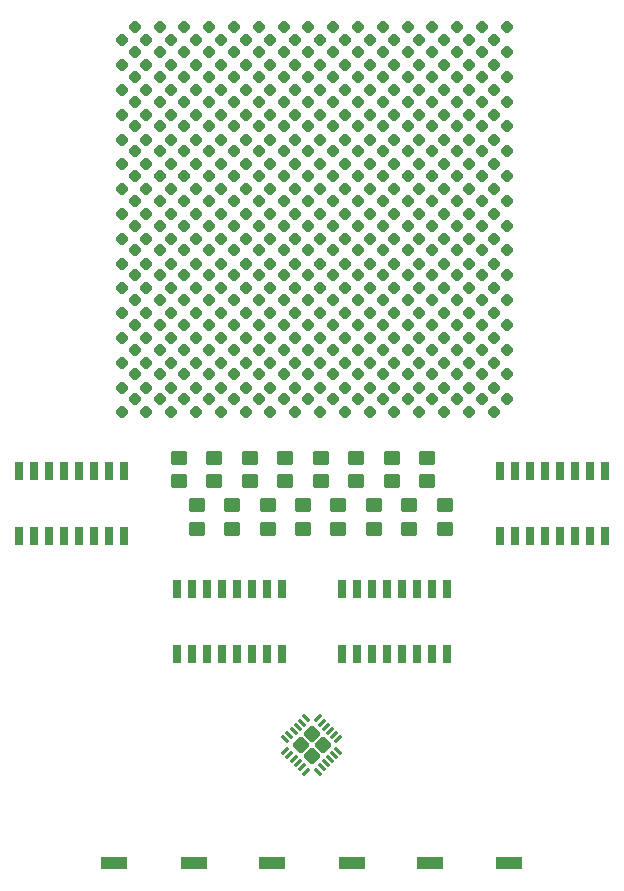
<source format=gbr>
%TF.GenerationSoftware,KiCad,Pcbnew,(6.0.5)*%
%TF.CreationDate,2022-08-28T18:04:00-07:00*%
%TF.ProjectId,PCBbuscard,50434262-7573-4636-9172-642e6b696361,rev?*%
%TF.SameCoordinates,Original*%
%TF.FileFunction,Paste,Top*%
%TF.FilePolarity,Positive*%
%FSLAX46Y46*%
G04 Gerber Fmt 4.6, Leading zero omitted, Abs format (unit mm)*
G04 Created by KiCad (PCBNEW (6.0.5)) date 2022-08-28 18:04:00*
%MOMM*%
%LPD*%
G01*
G04 APERTURE LIST*
G04 Aperture macros list*
%AMRoundRect*
0 Rectangle with rounded corners*
0 $1 Rounding radius*
0 $2 $3 $4 $5 $6 $7 $8 $9 X,Y pos of 4 corners*
0 Add a 4 corners polygon primitive as box body*
4,1,4,$2,$3,$4,$5,$6,$7,$8,$9,$2,$3,0*
0 Add four circle primitives for the rounded corners*
1,1,$1+$1,$2,$3*
1,1,$1+$1,$4,$5*
1,1,$1+$1,$6,$7*
1,1,$1+$1,$8,$9*
0 Add four rect primitives between the rounded corners*
20,1,$1+$1,$2,$3,$4,$5,0*
20,1,$1+$1,$4,$5,$6,$7,0*
20,1,$1+$1,$6,$7,$8,$9,0*
20,1,$1+$1,$8,$9,$2,$3,0*%
G04 Aperture macros list end*
%ADD10R,0.700000X1.550000*%
%ADD11RoundRect,0.218750X0.026517X-0.335876X0.335876X-0.026517X-0.026517X0.335876X-0.335876X0.026517X0*%
%ADD12RoundRect,0.250000X0.450000X-0.350000X0.450000X0.350000X-0.450000X0.350000X-0.450000X-0.350000X0*%
%ADD13R,2.160000X1.120000*%
%ADD14RoundRect,0.250000X0.445477X0.000000X0.000000X0.445477X-0.445477X0.000000X0.000000X-0.445477X0*%
%ADD15RoundRect,0.062500X0.291682X-0.203293X-0.203293X0.291682X-0.291682X0.203293X0.203293X-0.291682X0*%
%ADD16RoundRect,0.062500X0.291682X0.203293X0.203293X0.291682X-0.291682X-0.203293X-0.203293X-0.291682X0*%
G04 APERTURE END LIST*
D10*
%TO.C,U4*%
X185445000Y-83635000D03*
X184175000Y-83635000D03*
X182905000Y-83635000D03*
X181635000Y-83635000D03*
X180365000Y-83635000D03*
X179095000Y-83635000D03*
X177825000Y-83635000D03*
X176555000Y-83635000D03*
X176555000Y-89085000D03*
X177825000Y-89085000D03*
X179095000Y-89085000D03*
X180365000Y-89085000D03*
X181635000Y-89085000D03*
X182905000Y-89085000D03*
X184175000Y-89085000D03*
X185445000Y-89085000D03*
%TD*%
%TO.C,U3*%
X144695000Y-83635000D03*
X143425000Y-83635000D03*
X142155000Y-83635000D03*
X140885000Y-83635000D03*
X139615000Y-83635000D03*
X138345000Y-83635000D03*
X137075000Y-83635000D03*
X135805000Y-83635000D03*
X135805000Y-89085000D03*
X137075000Y-89085000D03*
X138345000Y-89085000D03*
X139615000Y-89085000D03*
X140885000Y-89085000D03*
X142155000Y-89085000D03*
X143425000Y-89085000D03*
X144695000Y-89085000D03*
%TD*%
%TO.C,U2*%
X172042700Y-93635000D03*
X170772700Y-93635000D03*
X169502700Y-93635000D03*
X168232700Y-93635000D03*
X166962700Y-93635000D03*
X165692700Y-93635000D03*
X164422700Y-93635000D03*
X163152700Y-93635000D03*
X163152700Y-99085000D03*
X164422700Y-99085000D03*
X165692700Y-99085000D03*
X166962700Y-99085000D03*
X168232700Y-99085000D03*
X169502700Y-99085000D03*
X170772700Y-99085000D03*
X172042700Y-99085000D03*
%TD*%
%TO.C,U1*%
X158042700Y-93635000D03*
X156772700Y-93635000D03*
X155502700Y-93635000D03*
X154232700Y-93635000D03*
X152962700Y-93635000D03*
X151692700Y-93635000D03*
X150422700Y-93635000D03*
X149152700Y-93635000D03*
X149152700Y-99085000D03*
X150422700Y-99085000D03*
X151692700Y-99085000D03*
X152962700Y-99085000D03*
X154232700Y-99085000D03*
X155502700Y-99085000D03*
X156772700Y-99085000D03*
X158042700Y-99085000D03*
%TD*%
D11*
%TO.C,D190*%
X171792884Y-70265477D03*
X172906578Y-69151783D03*
%TD*%
D12*
%TO.C,R2*%
X170347700Y-84500000D03*
X170347700Y-82500000D03*
%TD*%
D11*
%TO.C,D7*%
X157092884Y-47165477D03*
X158206578Y-46051783D03*
%TD*%
%TO.C,D32*%
X175992884Y-49265477D03*
X177106578Y-48151783D03*
%TD*%
%TO.C,D69*%
X152892884Y-55565477D03*
X154006578Y-54451783D03*
%TD*%
%TO.C,D36*%
X150792884Y-51365477D03*
X151906578Y-50251783D03*
%TD*%
%TO.C,D129*%
X144492884Y-63965477D03*
X145606578Y-62851783D03*
%TD*%
%TO.C,D155*%
X165492884Y-66065477D03*
X166606578Y-64951783D03*
%TD*%
%TO.C,D132*%
X150792884Y-63965477D03*
X151906578Y-62851783D03*
%TD*%
%TO.C,D227*%
X148692884Y-76565477D03*
X149806578Y-75451783D03*
%TD*%
%TO.C,D28*%
X167592884Y-49265477D03*
X168706578Y-48151783D03*
%TD*%
%TO.C,D58*%
X163392884Y-53465477D03*
X164506578Y-52351783D03*
%TD*%
%TO.C,D181*%
X152892884Y-70265477D03*
X154006578Y-69151783D03*
%TD*%
%TO.C,D163*%
X148692884Y-68165477D03*
X149806578Y-67051783D03*
%TD*%
%TO.C,D204*%
X167592884Y-72365477D03*
X168706578Y-71251783D03*
%TD*%
%TO.C,D235*%
X165492884Y-76565477D03*
X166606578Y-75451783D03*
%TD*%
%TO.C,D11*%
X165492884Y-47165477D03*
X166606578Y-46051783D03*
%TD*%
%TO.C,D164*%
X150792884Y-68165477D03*
X151906578Y-67051783D03*
%TD*%
%TO.C,D84*%
X150792884Y-57665477D03*
X151906578Y-56551783D03*
%TD*%
%TO.C,D38*%
X154992884Y-51365477D03*
X156106578Y-50251783D03*
%TD*%
%TO.C,D225*%
X144492884Y-76565477D03*
X145606578Y-75451783D03*
%TD*%
%TO.C,D186*%
X163392884Y-70265477D03*
X164506578Y-69151783D03*
%TD*%
%TO.C,D191*%
X173892884Y-70265477D03*
X175006578Y-69151783D03*
%TD*%
%TO.C,D1*%
X144492884Y-47165477D03*
X145606578Y-46051783D03*
%TD*%
%TO.C,D120*%
X159192884Y-61865477D03*
X160306578Y-60751783D03*
%TD*%
%TO.C,D18*%
X146592884Y-49265477D03*
X147706578Y-48151783D03*
%TD*%
%TO.C,D184*%
X159192884Y-70265477D03*
X160306578Y-69151783D03*
%TD*%
%TO.C,D171*%
X165492884Y-68165477D03*
X166606578Y-67051783D03*
%TD*%
%TO.C,D65*%
X144492884Y-55565477D03*
X145606578Y-54451783D03*
%TD*%
%TO.C,D26*%
X163392884Y-49265477D03*
X164506578Y-48151783D03*
%TD*%
%TO.C,D57*%
X161292884Y-53465477D03*
X162406578Y-52351783D03*
%TD*%
%TO.C,D195*%
X148692884Y-72365477D03*
X149806578Y-71251783D03*
%TD*%
%TO.C,D97*%
X144492884Y-59765477D03*
X145606578Y-58651783D03*
%TD*%
%TO.C,D168*%
X159192884Y-68165477D03*
X160306578Y-67051783D03*
%TD*%
%TO.C,D179*%
X148692884Y-70265477D03*
X149806578Y-69151783D03*
%TD*%
%TO.C,D72*%
X159192884Y-55565477D03*
X160306578Y-54451783D03*
%TD*%
%TO.C,D220*%
X167592884Y-74465477D03*
X168706578Y-73351783D03*
%TD*%
%TO.C,D143*%
X173892884Y-63965477D03*
X175006578Y-62851783D03*
%TD*%
%TO.C,D8*%
X159192884Y-47165477D03*
X160306578Y-46051783D03*
%TD*%
%TO.C,D112*%
X175992884Y-59765477D03*
X177106578Y-58651783D03*
%TD*%
%TO.C,D255*%
X173892884Y-78665477D03*
X175006578Y-77551783D03*
%TD*%
%TO.C,D252*%
X167592884Y-78665477D03*
X168706578Y-77551783D03*
%TD*%
%TO.C,D60*%
X167592884Y-53465477D03*
X168706578Y-52351783D03*
%TD*%
%TO.C,D165*%
X152892884Y-68165477D03*
X154006578Y-67051783D03*
%TD*%
%TO.C,D148*%
X150792884Y-66065477D03*
X151906578Y-64951783D03*
%TD*%
%TO.C,D35*%
X148692884Y-51365477D03*
X149806578Y-50251783D03*
%TD*%
%TO.C,D210*%
X146592884Y-74465477D03*
X147706578Y-73351783D03*
%TD*%
%TO.C,D152*%
X159192884Y-66065477D03*
X160306578Y-64951783D03*
%TD*%
%TO.C,D105*%
X161292884Y-59765477D03*
X162406578Y-58651783D03*
%TD*%
%TO.C,D150*%
X154992884Y-66065477D03*
X156106578Y-64951783D03*
%TD*%
%TO.C,D228*%
X150792884Y-76565477D03*
X151906578Y-75451783D03*
%TD*%
%TO.C,D238*%
X171792884Y-76565477D03*
X172906578Y-75451783D03*
%TD*%
%TO.C,D153*%
X161292884Y-66065477D03*
X162406578Y-64951783D03*
%TD*%
%TO.C,D248*%
X159192884Y-78665477D03*
X160306578Y-77551783D03*
%TD*%
%TO.C,D200*%
X159192884Y-72365477D03*
X160306578Y-71251783D03*
%TD*%
%TO.C,D250*%
X163392884Y-78665477D03*
X164506578Y-77551783D03*
%TD*%
D12*
%TO.C,R6*%
X164347700Y-84500000D03*
X164347700Y-82500000D03*
%TD*%
%TO.C,R3*%
X168847700Y-88500000D03*
X168847700Y-86500000D03*
%TD*%
D11*
%TO.C,D211*%
X148692884Y-74465477D03*
X149806578Y-73351783D03*
%TD*%
%TO.C,D182*%
X154992884Y-70265477D03*
X156106578Y-69151783D03*
%TD*%
%TO.C,D122*%
X163392884Y-61865477D03*
X164506578Y-60751783D03*
%TD*%
%TO.C,D128*%
X175992884Y-61865477D03*
X177106578Y-60751783D03*
%TD*%
%TO.C,D202*%
X163392884Y-72365477D03*
X164506578Y-71251783D03*
%TD*%
%TO.C,D223*%
X173892884Y-74465477D03*
X175006578Y-73351783D03*
%TD*%
%TO.C,D208*%
X175992884Y-72365477D03*
X177106578Y-71251783D03*
%TD*%
%TO.C,D6*%
X154992884Y-47165477D03*
X156106578Y-46051783D03*
%TD*%
%TO.C,D149*%
X152892884Y-66065477D03*
X154006578Y-64951783D03*
%TD*%
%TO.C,D2*%
X146592884Y-47165477D03*
X147706578Y-46051783D03*
%TD*%
%TO.C,D118*%
X154992884Y-61865477D03*
X156106578Y-60751783D03*
%TD*%
%TO.C,D70*%
X154992884Y-55565477D03*
X156106578Y-54451783D03*
%TD*%
%TO.C,D170*%
X163392884Y-68165477D03*
X164506578Y-67051783D03*
%TD*%
%TO.C,D131*%
X148692884Y-63965477D03*
X149806578Y-62851783D03*
%TD*%
%TO.C,D147*%
X148692884Y-66065477D03*
X149806578Y-64951783D03*
%TD*%
%TO.C,D61*%
X169692884Y-53465477D03*
X170806578Y-52351783D03*
%TD*%
%TO.C,D175*%
X173892884Y-68165477D03*
X175006578Y-67051783D03*
%TD*%
%TO.C,D139*%
X165492884Y-63965477D03*
X166606578Y-62851783D03*
%TD*%
%TO.C,D240*%
X175992884Y-76565477D03*
X177106578Y-75451783D03*
%TD*%
%TO.C,D127*%
X173892884Y-61865477D03*
X175006578Y-60751783D03*
%TD*%
%TO.C,D50*%
X146592884Y-53465477D03*
X147706578Y-52351783D03*
%TD*%
%TO.C,D205*%
X169692884Y-72365477D03*
X170806578Y-71251783D03*
%TD*%
%TO.C,D154*%
X163392884Y-66065477D03*
X164506578Y-64951783D03*
%TD*%
%TO.C,D90*%
X163392884Y-57665477D03*
X164506578Y-56551783D03*
%TD*%
%TO.C,D229*%
X152892884Y-76565477D03*
X154006578Y-75451783D03*
%TD*%
%TO.C,D16*%
X175992884Y-47165477D03*
X177106578Y-46051783D03*
%TD*%
%TO.C,D251*%
X165492884Y-78665477D03*
X166606578Y-77551783D03*
%TD*%
%TO.C,D41*%
X161292884Y-51365477D03*
X162406578Y-50251783D03*
%TD*%
%TO.C,D124*%
X167592884Y-61865477D03*
X168706578Y-60751783D03*
%TD*%
%TO.C,D3*%
X148692884Y-47165477D03*
X149806578Y-46051783D03*
%TD*%
%TO.C,D46*%
X171792884Y-51365477D03*
X172906578Y-50251783D03*
%TD*%
D12*
%TO.C,R5*%
X165847700Y-88500000D03*
X165847700Y-86500000D03*
%TD*%
D11*
%TO.C,D206*%
X171792884Y-72365477D03*
X172906578Y-71251783D03*
%TD*%
%TO.C,D162*%
X146592884Y-68165477D03*
X147706578Y-67051783D03*
%TD*%
%TO.C,D13*%
X169692884Y-47165477D03*
X170806578Y-46051783D03*
%TD*%
%TO.C,D207*%
X173892884Y-72365477D03*
X175006578Y-71251783D03*
%TD*%
%TO.C,D233*%
X161292884Y-76565477D03*
X162406578Y-75451783D03*
%TD*%
%TO.C,D103*%
X157092884Y-59765477D03*
X158206578Y-58651783D03*
%TD*%
%TO.C,D83*%
X148692884Y-57665477D03*
X149806578Y-56551783D03*
%TD*%
%TO.C,D29*%
X169692884Y-49265477D03*
X170806578Y-48151783D03*
%TD*%
%TO.C,D123*%
X165492884Y-61865477D03*
X166606578Y-60751783D03*
%TD*%
D13*
%TO.C,SW3*%
X170594000Y-116824958D03*
X177324000Y-116824958D03*
%TD*%
D12*
%TO.C,R15*%
X150847700Y-88500000D03*
X150847700Y-86500000D03*
%TD*%
D11*
%TO.C,D55*%
X157092884Y-53465477D03*
X158206578Y-52351783D03*
%TD*%
%TO.C,D87*%
X157092884Y-57665477D03*
X158206578Y-56551783D03*
%TD*%
%TO.C,D231*%
X157092884Y-76565477D03*
X158206578Y-75451783D03*
%TD*%
%TO.C,D62*%
X171792884Y-53465477D03*
X172906578Y-52351783D03*
%TD*%
%TO.C,D116*%
X150792884Y-61865477D03*
X151906578Y-60751783D03*
%TD*%
%TO.C,D31*%
X173892884Y-49265477D03*
X175006578Y-48151783D03*
%TD*%
%TO.C,D88*%
X159192884Y-57665477D03*
X160306578Y-56551783D03*
%TD*%
%TO.C,D161*%
X144492884Y-68165477D03*
X145606578Y-67051783D03*
%TD*%
%TO.C,D85*%
X152892884Y-57665477D03*
X154006578Y-56551783D03*
%TD*%
%TO.C,D215*%
X157092884Y-74465477D03*
X158206578Y-73351783D03*
%TD*%
%TO.C,D203*%
X165492884Y-72365477D03*
X166606578Y-71251783D03*
%TD*%
%TO.C,D101*%
X152892884Y-59765477D03*
X154006578Y-58651783D03*
%TD*%
%TO.C,D10*%
X163392884Y-47165477D03*
X164506578Y-46051783D03*
%TD*%
%TO.C,D27*%
X165492884Y-49265477D03*
X166606578Y-48151783D03*
%TD*%
%TO.C,D114*%
X146592884Y-61865477D03*
X147706578Y-60751783D03*
%TD*%
D12*
%TO.C,R13*%
X153847700Y-88500000D03*
X153847700Y-86500000D03*
%TD*%
D11*
%TO.C,D253*%
X169692884Y-78665477D03*
X170806578Y-77551783D03*
%TD*%
%TO.C,D82*%
X146592884Y-57665477D03*
X147706578Y-56551783D03*
%TD*%
%TO.C,D109*%
X169692884Y-59765477D03*
X170806578Y-58651783D03*
%TD*%
%TO.C,D236*%
X167592884Y-76565477D03*
X168706578Y-75451783D03*
%TD*%
D12*
%TO.C,R4*%
X167347700Y-84500000D03*
X167347700Y-82500000D03*
%TD*%
D11*
%TO.C,D226*%
X146592884Y-76565477D03*
X147706578Y-75451783D03*
%TD*%
%TO.C,D232*%
X159192884Y-76565477D03*
X160306578Y-75451783D03*
%TD*%
%TO.C,D74*%
X163392884Y-55565477D03*
X164506578Y-54451783D03*
%TD*%
D12*
%TO.C,R1*%
X171847700Y-88500000D03*
X171847700Y-86500000D03*
%TD*%
D11*
%TO.C,D67*%
X148692884Y-55565477D03*
X149806578Y-54451783D03*
%TD*%
%TO.C,D33*%
X144492884Y-51365477D03*
X145606578Y-50251783D03*
%TD*%
%TO.C,D140*%
X167592884Y-63965477D03*
X168706578Y-62851783D03*
%TD*%
%TO.C,D71*%
X157092884Y-55565477D03*
X158206578Y-54451783D03*
%TD*%
%TO.C,D66*%
X146592884Y-55565477D03*
X147706578Y-54451783D03*
%TD*%
%TO.C,D104*%
X159192884Y-59765477D03*
X160306578Y-58651783D03*
%TD*%
%TO.C,D209*%
X144492884Y-74465477D03*
X145606578Y-73351783D03*
%TD*%
%TO.C,D78*%
X171792884Y-55565477D03*
X172906578Y-54451783D03*
%TD*%
%TO.C,D136*%
X159192884Y-63965477D03*
X160306578Y-62851783D03*
%TD*%
%TO.C,D99*%
X148692884Y-59765477D03*
X149806578Y-58651783D03*
%TD*%
%TO.C,D102*%
X154992884Y-59765477D03*
X156106578Y-58651783D03*
%TD*%
%TO.C,D111*%
X173892884Y-59765477D03*
X175006578Y-58651783D03*
%TD*%
%TO.C,D135*%
X157092884Y-63965477D03*
X158206578Y-62851783D03*
%TD*%
%TO.C,D37*%
X152892884Y-51365477D03*
X154006578Y-50251783D03*
%TD*%
%TO.C,D241*%
X144492884Y-78665477D03*
X145606578Y-77551783D03*
%TD*%
D12*
%TO.C,R12*%
X155347700Y-84500000D03*
X155347700Y-82500000D03*
%TD*%
D11*
%TO.C,D53*%
X152892884Y-53465477D03*
X154006578Y-52351783D03*
%TD*%
D12*
%TO.C,R14*%
X152347700Y-84500000D03*
X152347700Y-82500000D03*
%TD*%
D11*
%TO.C,D15*%
X173892884Y-47165477D03*
X175006578Y-46051783D03*
%TD*%
%TO.C,D4*%
X150792884Y-47165477D03*
X151906578Y-46051783D03*
%TD*%
%TO.C,D100*%
X150792884Y-59765477D03*
X151906578Y-58651783D03*
%TD*%
%TO.C,D187*%
X165492884Y-70265477D03*
X166606578Y-69151783D03*
%TD*%
%TO.C,D56*%
X159192884Y-53465477D03*
X160306578Y-52351783D03*
%TD*%
%TO.C,D24*%
X159192884Y-49265477D03*
X160306578Y-48151783D03*
%TD*%
%TO.C,D166*%
X154992884Y-68165477D03*
X156106578Y-67051783D03*
%TD*%
%TO.C,D249*%
X161292884Y-78665477D03*
X162406578Y-77551783D03*
%TD*%
%TO.C,D68*%
X150792884Y-55565477D03*
X151906578Y-54451783D03*
%TD*%
%TO.C,D224*%
X175992884Y-74465477D03*
X177106578Y-73351783D03*
%TD*%
%TO.C,D158*%
X171792884Y-66065477D03*
X172906578Y-64951783D03*
%TD*%
D13*
%TO.C,SW1*%
X143871400Y-116824958D03*
X150601400Y-116824958D03*
%TD*%
D12*
%TO.C,R11*%
X156847700Y-88500000D03*
X156847700Y-86500000D03*
%TD*%
D11*
%TO.C,D246*%
X154992884Y-78665477D03*
X156106578Y-77551783D03*
%TD*%
%TO.C,D75*%
X165492884Y-55565477D03*
X166606578Y-54451783D03*
%TD*%
%TO.C,D119*%
X157092884Y-61865477D03*
X158206578Y-60751783D03*
%TD*%
%TO.C,D198*%
X154992884Y-72365477D03*
X156106578Y-71251783D03*
%TD*%
%TO.C,D176*%
X175992884Y-68165477D03*
X177106578Y-67051783D03*
%TD*%
%TO.C,D9*%
X161292884Y-47165477D03*
X162406578Y-46051783D03*
%TD*%
%TO.C,D137*%
X161292884Y-63965477D03*
X162406578Y-62851783D03*
%TD*%
%TO.C,D43*%
X165492884Y-51365477D03*
X166606578Y-50251783D03*
%TD*%
%TO.C,D63*%
X173892884Y-53465477D03*
X175006578Y-52351783D03*
%TD*%
%TO.C,D174*%
X171792884Y-68165477D03*
X172906578Y-67051783D03*
%TD*%
%TO.C,D92*%
X167592884Y-57665477D03*
X168706578Y-56551783D03*
%TD*%
%TO.C,D185*%
X161292884Y-70265477D03*
X162406578Y-69151783D03*
%TD*%
%TO.C,D142*%
X171792884Y-63965477D03*
X172906578Y-62851783D03*
%TD*%
%TO.C,D193*%
X144492884Y-72365477D03*
X145606578Y-71251783D03*
%TD*%
%TO.C,D40*%
X159192884Y-51365477D03*
X160306578Y-50251783D03*
%TD*%
%TO.C,D244*%
X150792884Y-78665477D03*
X151906578Y-77551783D03*
%TD*%
%TO.C,D94*%
X171792884Y-57665477D03*
X172906578Y-56551783D03*
%TD*%
%TO.C,D243*%
X148692884Y-78665477D03*
X149806578Y-77551783D03*
%TD*%
%TO.C,D216*%
X159192884Y-74465477D03*
X160306578Y-73351783D03*
%TD*%
%TO.C,D156*%
X167592884Y-66065477D03*
X168706578Y-64951783D03*
%TD*%
%TO.C,D14*%
X171792884Y-47165477D03*
X172906578Y-46051783D03*
%TD*%
%TO.C,D239*%
X173892884Y-76565477D03*
X175006578Y-75451783D03*
%TD*%
%TO.C,D177*%
X144492884Y-70265477D03*
X145606578Y-69151783D03*
%TD*%
%TO.C,D245*%
X152892884Y-78665477D03*
X154006578Y-77551783D03*
%TD*%
%TO.C,D230*%
X154992884Y-76565477D03*
X156106578Y-75451783D03*
%TD*%
%TO.C,D222*%
X171792884Y-74465477D03*
X172906578Y-73351783D03*
%TD*%
%TO.C,D51*%
X148692884Y-53465477D03*
X149806578Y-52351783D03*
%TD*%
%TO.C,D167*%
X157092884Y-68165477D03*
X158206578Y-67051783D03*
%TD*%
%TO.C,D76*%
X167592884Y-55565477D03*
X168706578Y-54451783D03*
%TD*%
%TO.C,D138*%
X163392884Y-63965477D03*
X164506578Y-62851783D03*
%TD*%
%TO.C,D77*%
X169692884Y-55565477D03*
X170806578Y-54451783D03*
%TD*%
%TO.C,D23*%
X157092884Y-49265477D03*
X158206578Y-48151783D03*
%TD*%
%TO.C,D81*%
X144492884Y-57665477D03*
X145606578Y-56551783D03*
%TD*%
%TO.C,D172*%
X167592884Y-68165477D03*
X168706578Y-67051783D03*
%TD*%
%TO.C,D213*%
X152892884Y-74465477D03*
X154006578Y-73351783D03*
%TD*%
%TO.C,D247*%
X157092884Y-78665477D03*
X158206578Y-77551783D03*
%TD*%
%TO.C,D146*%
X146592884Y-66065477D03*
X147706578Y-64951783D03*
%TD*%
%TO.C,D44*%
X167592884Y-51365477D03*
X168706578Y-50251783D03*
%TD*%
%TO.C,D79*%
X173892884Y-55565477D03*
X175006578Y-54451783D03*
%TD*%
D13*
%TO.C,SW2*%
X157232700Y-116824958D03*
X163962700Y-116824958D03*
%TD*%
D12*
%TO.C,R9*%
X159847700Y-88500000D03*
X159847700Y-86500000D03*
%TD*%
D11*
%TO.C,D145*%
X144492884Y-66065477D03*
X145606578Y-64951783D03*
%TD*%
%TO.C,D126*%
X171792884Y-61865477D03*
X172906578Y-60751783D03*
%TD*%
%TO.C,D256*%
X175992884Y-78665477D03*
X177106578Y-77551783D03*
%TD*%
%TO.C,D42*%
X163392884Y-51365477D03*
X164506578Y-50251783D03*
%TD*%
%TO.C,D107*%
X165492884Y-59765477D03*
X166606578Y-58651783D03*
%TD*%
D12*
%TO.C,R10*%
X158347700Y-84500000D03*
X158347700Y-82500000D03*
%TD*%
D11*
%TO.C,D160*%
X175992884Y-66065477D03*
X177106578Y-64951783D03*
%TD*%
%TO.C,D95*%
X173892884Y-57665477D03*
X175006578Y-56551783D03*
%TD*%
%TO.C,D242*%
X146592884Y-78665477D03*
X147706578Y-77551783D03*
%TD*%
%TO.C,D52*%
X150792884Y-53465477D03*
X151906578Y-52351783D03*
%TD*%
D14*
%TO.C,U5*%
X160597700Y-105905719D03*
X159678461Y-106824958D03*
X161516939Y-106824958D03*
X160597700Y-107744197D03*
D15*
X161083836Y-109078861D03*
X161437389Y-108725307D03*
X161790943Y-108371754D03*
X162144496Y-108018201D03*
X162498049Y-107664647D03*
X162851603Y-107311094D03*
D16*
X162851603Y-106338822D03*
X162498049Y-105985269D03*
X162144496Y-105631715D03*
X161790943Y-105278162D03*
X161437389Y-104924609D03*
X161083836Y-104571055D03*
D15*
X160111564Y-104571055D03*
X159758011Y-104924609D03*
X159404457Y-105278162D03*
X159050904Y-105631715D03*
X158697351Y-105985269D03*
X158343797Y-106338822D03*
D16*
X158343797Y-107311094D03*
X158697351Y-107664647D03*
X159050904Y-108018201D03*
X159404457Y-108371754D03*
X159758011Y-108725307D03*
X160111564Y-109078861D03*
%TD*%
D11*
%TO.C,D221*%
X169692884Y-74465477D03*
X170806578Y-73351783D03*
%TD*%
%TO.C,D117*%
X152892884Y-61865477D03*
X154006578Y-60751783D03*
%TD*%
%TO.C,D108*%
X167592884Y-59765477D03*
X168706578Y-58651783D03*
%TD*%
%TO.C,D110*%
X171792884Y-59765477D03*
X172906578Y-58651783D03*
%TD*%
%TO.C,D86*%
X154992884Y-57665477D03*
X156106578Y-56551783D03*
%TD*%
%TO.C,D30*%
X171792884Y-49265477D03*
X172906578Y-48151783D03*
%TD*%
%TO.C,D54*%
X154992884Y-53465477D03*
X156106578Y-52351783D03*
%TD*%
%TO.C,D197*%
X152892884Y-72365477D03*
X154006578Y-71251783D03*
%TD*%
%TO.C,D183*%
X157092884Y-70265477D03*
X158206578Y-69151783D03*
%TD*%
%TO.C,D237*%
X169692884Y-76565477D03*
X170806578Y-75451783D03*
%TD*%
%TO.C,D234*%
X163392884Y-76565477D03*
X164506578Y-75451783D03*
%TD*%
%TO.C,D22*%
X154992884Y-49265477D03*
X156106578Y-48151783D03*
%TD*%
%TO.C,D188*%
X167592884Y-70265477D03*
X168706578Y-69151783D03*
%TD*%
%TO.C,D80*%
X175992884Y-55565477D03*
X177106578Y-54451783D03*
%TD*%
%TO.C,D254*%
X171792884Y-78665477D03*
X172906578Y-77551783D03*
%TD*%
%TO.C,D5*%
X152892884Y-47165477D03*
X154006578Y-46051783D03*
%TD*%
%TO.C,D196*%
X150792884Y-72365477D03*
X151906578Y-71251783D03*
%TD*%
%TO.C,D113*%
X144492884Y-61865477D03*
X145606578Y-60751783D03*
%TD*%
%TO.C,D219*%
X165492884Y-74465477D03*
X166606578Y-73351783D03*
%TD*%
%TO.C,D73*%
X161292884Y-55565477D03*
X162406578Y-54451783D03*
%TD*%
%TO.C,D25*%
X161292884Y-49265477D03*
X162406578Y-48151783D03*
%TD*%
%TO.C,D214*%
X154992884Y-74465477D03*
X156106578Y-73351783D03*
%TD*%
%TO.C,D141*%
X169692884Y-63965477D03*
X170806578Y-62851783D03*
%TD*%
%TO.C,D91*%
X165492884Y-57665477D03*
X166606578Y-56551783D03*
%TD*%
%TO.C,D159*%
X173892884Y-66065477D03*
X175006578Y-64951783D03*
%TD*%
%TO.C,D89*%
X161292884Y-57665477D03*
X162406578Y-56551783D03*
%TD*%
%TO.C,D199*%
X157092884Y-72365477D03*
X158206578Y-71251783D03*
%TD*%
%TO.C,D144*%
X175992884Y-63965477D03*
X177106578Y-62851783D03*
%TD*%
%TO.C,D39*%
X157092884Y-51365477D03*
X158206578Y-50251783D03*
%TD*%
%TO.C,D189*%
X169692884Y-70265477D03*
X170806578Y-69151783D03*
%TD*%
%TO.C,D106*%
X163392884Y-59765477D03*
X164506578Y-58651783D03*
%TD*%
%TO.C,D212*%
X150792884Y-74465477D03*
X151906578Y-73351783D03*
%TD*%
%TO.C,D180*%
X150792884Y-70265477D03*
X151906578Y-69151783D03*
%TD*%
%TO.C,D96*%
X175992884Y-57665477D03*
X177106578Y-56551783D03*
%TD*%
D12*
%TO.C,R16*%
X149347700Y-84500000D03*
X149347700Y-82500000D03*
%TD*%
D11*
%TO.C,D45*%
X169692884Y-51365477D03*
X170806578Y-50251783D03*
%TD*%
D12*
%TO.C,R7*%
X162847700Y-88500000D03*
X162847700Y-86500000D03*
%TD*%
D11*
%TO.C,D20*%
X150792884Y-49265477D03*
X151906578Y-48151783D03*
%TD*%
%TO.C,D21*%
X152892884Y-49265477D03*
X154006578Y-48151783D03*
%TD*%
%TO.C,D157*%
X169692884Y-66065477D03*
X170806578Y-64951783D03*
%TD*%
%TO.C,D218*%
X163392884Y-74465477D03*
X164506578Y-73351783D03*
%TD*%
%TO.C,D64*%
X175992884Y-53465477D03*
X177106578Y-52351783D03*
%TD*%
%TO.C,D19*%
X148692884Y-49265477D03*
X149806578Y-48151783D03*
%TD*%
%TO.C,D133*%
X152892884Y-63965477D03*
X154006578Y-62851783D03*
%TD*%
%TO.C,D17*%
X144492884Y-49265477D03*
X145606578Y-48151783D03*
%TD*%
%TO.C,D173*%
X169692884Y-68165477D03*
X170806578Y-67051783D03*
%TD*%
%TO.C,D115*%
X148692884Y-61865477D03*
X149806578Y-60751783D03*
%TD*%
%TO.C,D48*%
X175992884Y-51365477D03*
X177106578Y-50251783D03*
%TD*%
%TO.C,D47*%
X173892884Y-51365477D03*
X175006578Y-50251783D03*
%TD*%
%TO.C,D151*%
X157092884Y-66065477D03*
X158206578Y-64951783D03*
%TD*%
%TO.C,D49*%
X144492884Y-53465477D03*
X145606578Y-52351783D03*
%TD*%
%TO.C,D93*%
X169692884Y-57665477D03*
X170806578Y-56551783D03*
%TD*%
%TO.C,D34*%
X146592884Y-51365477D03*
X147706578Y-50251783D03*
%TD*%
%TO.C,D169*%
X161292884Y-68165477D03*
X162406578Y-67051783D03*
%TD*%
%TO.C,D192*%
X175992884Y-70265477D03*
X177106578Y-69151783D03*
%TD*%
D12*
%TO.C,R8*%
X161347700Y-84500000D03*
X161347700Y-82500000D03*
%TD*%
D11*
%TO.C,D130*%
X146592884Y-63965477D03*
X147706578Y-62851783D03*
%TD*%
%TO.C,D134*%
X154992884Y-63965477D03*
X156106578Y-62851783D03*
%TD*%
%TO.C,D98*%
X146592884Y-59765477D03*
X147706578Y-58651783D03*
%TD*%
%TO.C,D194*%
X146592884Y-72365477D03*
X147706578Y-71251783D03*
%TD*%
%TO.C,D125*%
X169692884Y-61865477D03*
X170806578Y-60751783D03*
%TD*%
%TO.C,D178*%
X146592884Y-70265477D03*
X147706578Y-69151783D03*
%TD*%
%TO.C,D12*%
X167592884Y-47165477D03*
X168706578Y-46051783D03*
%TD*%
%TO.C,D121*%
X161292884Y-61865477D03*
X162406578Y-60751783D03*
%TD*%
%TO.C,D59*%
X165492884Y-53465477D03*
X166606578Y-52351783D03*
%TD*%
%TO.C,D217*%
X161292884Y-74465477D03*
X162406578Y-73351783D03*
%TD*%
%TO.C,D201*%
X161292884Y-72365477D03*
X162406578Y-71251783D03*
%TD*%
M02*

</source>
